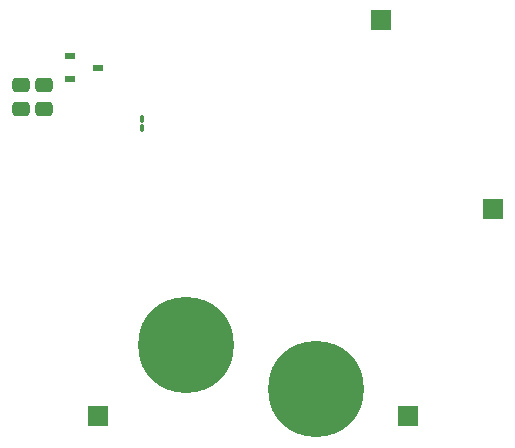
<source format=gbr>
%TF.GenerationSoftware,KiCad,Pcbnew,9.0.1*%
%TF.CreationDate,2025-11-16T17:21:24-08:00*%
%TF.ProjectId,GaN-LTC7800-Alternate,47614e2d-4c54-4433-9738-30302d416c74,rev?*%
%TF.SameCoordinates,Original*%
%TF.FileFunction,Soldermask,Bot*%
%TF.FilePolarity,Negative*%
%FSLAX46Y46*%
G04 Gerber Fmt 4.6, Leading zero omitted, Abs format (unit mm)*
G04 Created by KiCad (PCBNEW 9.0.1) date 2025-11-16 17:21:24*
%MOMM*%
%LPD*%
G01*
G04 APERTURE LIST*
G04 Aperture macros list*
%AMRoundRect*
0 Rectangle with rounded corners*
0 $1 Rounding radius*
0 $2 $3 $4 $5 $6 $7 $8 $9 X,Y pos of 4 corners*
0 Add a 4 corners polygon primitive as box body*
4,1,4,$2,$3,$4,$5,$6,$7,$8,$9,$2,$3,0*
0 Add four circle primitives for the rounded corners*
1,1,$1+$1,$2,$3*
1,1,$1+$1,$4,$5*
1,1,$1+$1,$6,$7*
1,1,$1+$1,$8,$9*
0 Add four rect primitives between the rounded corners*
20,1,$1+$1,$2,$3,$4,$5,0*
20,1,$1+$1,$4,$5,$6,$7,0*
20,1,$1+$1,$6,$7,$8,$9,0*
20,1,$1+$1,$8,$9,$2,$3,0*%
G04 Aperture macros list end*
%ADD10R,1.700000X1.700000*%
%ADD11C,8.115000*%
%ADD12RoundRect,0.250000X0.475000X-0.337500X0.475000X0.337500X-0.475000X0.337500X-0.475000X-0.337500X0*%
%ADD13R,0.850000X0.600000*%
%ADD14RoundRect,0.100000X0.100000X-0.217500X0.100000X0.217500X-0.100000X0.217500X-0.100000X-0.217500X0*%
%ADD15RoundRect,0.250000X-0.475000X0.337500X-0.475000X-0.337500X0.475000X-0.337500X0.475000X0.337500X0*%
G04 APERTURE END LIST*
D10*
%TO.C,VOUT1*%
X116500000Y-46750000D03*
%TD*%
D11*
%TO.C,VSource_GND1*%
X111000000Y-78000000D03*
%TD*%
%TO.C,VSource_IN1*%
X100000000Y-74250000D03*
%TD*%
D10*
%TO.C,TP_VIN2*%
X118750000Y-80250000D03*
%TD*%
%TO.C,TP_VIN1*%
X92500000Y-80250000D03*
%TD*%
%TO.C,GND1*%
X126000000Y-62750000D03*
%TD*%
D12*
%TO.C,C2*%
X88000000Y-54287500D03*
X88000000Y-52212500D03*
%TD*%
D13*
%TO.C,D1*%
X90200000Y-51700000D03*
X90200000Y-49800000D03*
X92500000Y-50750000D03*
%TD*%
D14*
%TO.C,R1*%
X96250000Y-55907500D03*
X96250000Y-55092500D03*
%TD*%
D15*
%TO.C,C2_EX1*%
X86000000Y-52212500D03*
X86000000Y-54287500D03*
%TD*%
M02*

</source>
